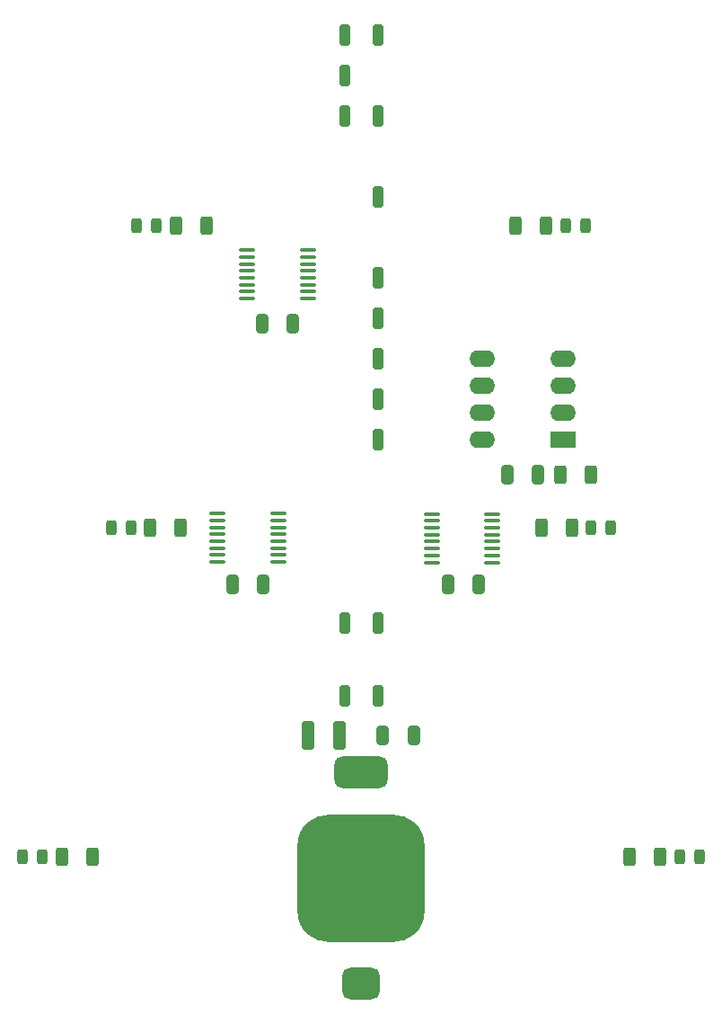
<source format=gts>
%TF.GenerationSoftware,KiCad,Pcbnew,(6.0.9)*%
%TF.CreationDate,2022-12-10T14:06:51+01:00*%
%TF.ProjectId,PartoUno,50617274-6f55-46e6-9f2e-6b696361645f,rev?*%
%TF.SameCoordinates,Original*%
%TF.FileFunction,Soldermask,Top*%
%TF.FilePolarity,Negative*%
%FSLAX46Y46*%
G04 Gerber Fmt 4.6, Leading zero omitted, Abs format (unit mm)*
G04 Created by KiCad (PCBNEW (6.0.9)) date 2022-12-10 14:06:51*
%MOMM*%
%LPD*%
G01*
G04 APERTURE LIST*
G04 Aperture macros list*
%AMRoundRect*
0 Rectangle with rounded corners*
0 $1 Rounding radius*
0 $2 $3 $4 $5 $6 $7 $8 $9 X,Y pos of 4 corners*
0 Add a 4 corners polygon primitive as box body*
4,1,4,$2,$3,$4,$5,$6,$7,$8,$9,$2,$3,0*
0 Add four circle primitives for the rounded corners*
1,1,$1+$1,$2,$3*
1,1,$1+$1,$4,$5*
1,1,$1+$1,$6,$7*
1,1,$1+$1,$8,$9*
0 Add four rect primitives between the rounded corners*
20,1,$1+$1,$2,$3,$4,$5,0*
20,1,$1+$1,$4,$5,$6,$7,0*
20,1,$1+$1,$6,$7,$8,$9,0*
20,1,$1+$1,$8,$9,$2,$3,0*%
G04 Aperture macros list end*
%ADD10O,2.400000X1.600000*%
%ADD11R,2.400000X1.600000*%
%ADD12RoundRect,0.250000X-0.312500X-0.625000X0.312500X-0.625000X0.312500X0.625000X-0.312500X0.625000X0*%
%ADD13RoundRect,0.750000X1.000000X-0.750000X1.000000X0.750000X-1.000000X0.750000X-1.000000X-0.750000X0*%
%ADD14RoundRect,0.750000X1.750000X-0.750000X1.750000X0.750000X-1.750000X0.750000X-1.750000X-0.750000X0*%
%ADD15RoundRect,3.000000X3.000000X-3.000000X3.000000X3.000000X-3.000000X3.000000X-3.000000X-3.000000X0*%
%ADD16RoundRect,0.250000X-0.250000X-0.750000X0.250000X-0.750000X0.250000X0.750000X-0.250000X0.750000X0*%
%ADD17RoundRect,0.243750X-0.243750X-0.456250X0.243750X-0.456250X0.243750X0.456250X-0.243750X0.456250X0*%
%ADD18RoundRect,0.243750X0.243750X0.456250X-0.243750X0.456250X-0.243750X-0.456250X0.243750X-0.456250X0*%
%ADD19RoundRect,0.250000X0.325000X1.100000X-0.325000X1.100000X-0.325000X-1.100000X0.325000X-1.100000X0*%
%ADD20RoundRect,0.250000X0.325000X0.650000X-0.325000X0.650000X-0.325000X-0.650000X0.325000X-0.650000X0*%
%ADD21RoundRect,0.250000X0.312500X0.625000X-0.312500X0.625000X-0.312500X-0.625000X0.312500X-0.625000X0*%
%ADD22RoundRect,0.250000X-0.325000X-0.650000X0.325000X-0.650000X0.325000X0.650000X-0.325000X0.650000X0*%
%ADD23RoundRect,0.100000X-0.637500X-0.100000X0.637500X-0.100000X0.637500X0.100000X-0.637500X0.100000X0*%
%ADD24RoundRect,0.100000X0.637500X0.100000X-0.637500X0.100000X-0.637500X-0.100000X0.637500X-0.100000X0*%
G04 APERTURE END LIST*
D10*
%TO.C,U1*%
X151882000Y-99177000D03*
X151882000Y-96637000D03*
X151882000Y-94097000D03*
X151882000Y-91557000D03*
X159502000Y-91557000D03*
X159502000Y-94097000D03*
X159502000Y-96637000D03*
D11*
X159502000Y-99177000D03*
%TD*%
D12*
%TO.C,R1*%
X122997500Y-78994000D03*
X125922500Y-78994000D03*
%TD*%
D13*
%TO.C,BT1*%
X140462000Y-150412000D03*
D14*
X140462000Y-130512000D03*
D15*
X140462000Y-140462000D03*
%TD*%
D16*
%TO.C,J7*%
X142113000Y-91567000D03*
%TD*%
%TO.C,J8*%
X142113000Y-87757000D03*
%TD*%
D17*
%TO.C,D21*%
X108536500Y-138430000D03*
X110411500Y-138430000D03*
%TD*%
D16*
%TO.C,J10*%
X142113000Y-99187000D03*
%TD*%
D12*
%TO.C,R9*%
X120559100Y-107442000D03*
X123484100Y-107442000D03*
%TD*%
D16*
%TO.C,J20*%
X142113000Y-83947000D03*
%TD*%
D18*
%TO.C,D13*%
X164005500Y-107442000D03*
X162130500Y-107442000D03*
%TD*%
D16*
%TO.C,J16*%
X138938000Y-61087000D03*
%TD*%
%TO.C,J18*%
X142113000Y-68707000D03*
%TD*%
%TO.C,J19*%
X142113000Y-76327000D03*
%TD*%
%TO.C,J31*%
X142113000Y-123317000D03*
%TD*%
D19*
%TO.C,C1*%
X138430000Y-127000000D03*
X135480000Y-127000000D03*
%TD*%
D17*
%TO.C,D1*%
X119267500Y-78994000D03*
X121142500Y-78994000D03*
%TD*%
D16*
%TO.C,J30*%
X142113000Y-116459000D03*
%TD*%
D20*
%TO.C,C4*%
X131269000Y-112776000D03*
X128319000Y-112776000D03*
%TD*%
D16*
%TO.C,J17*%
X142113000Y-61087000D03*
%TD*%
D21*
%TO.C,R3*%
X168696100Y-138430000D03*
X165771100Y-138430000D03*
%TD*%
D22*
%TO.C,C3*%
X142494000Y-127000000D03*
X145444000Y-127000000D03*
%TD*%
D16*
%TO.C,J28*%
X138938000Y-116459000D03*
%TD*%
D23*
%TO.C,U2*%
X126931500Y-106142000D03*
X126931500Y-106792000D03*
X126931500Y-107442000D03*
X126931500Y-108092000D03*
X126931500Y-108742000D03*
X126931500Y-109392000D03*
X126931500Y-110042000D03*
X126931500Y-110692000D03*
X132656500Y-110692000D03*
X132656500Y-110042000D03*
X132656500Y-109392000D03*
X132656500Y-108742000D03*
X132656500Y-108092000D03*
X132656500Y-107442000D03*
X132656500Y-106792000D03*
X132656500Y-106142000D03*
%TD*%
D12*
%TO.C,R21*%
X112227900Y-138430000D03*
X115152900Y-138430000D03*
%TD*%
D21*
%TO.C,R11*%
X160364900Y-107442000D03*
X157439900Y-107442000D03*
%TD*%
D22*
%TO.C,C6*%
X131113000Y-88265000D03*
X134063000Y-88265000D03*
%TD*%
D24*
%TO.C,U3*%
X152849500Y-110733000D03*
X152849500Y-110083000D03*
X152849500Y-109433000D03*
X152849500Y-108783000D03*
X152849500Y-108133000D03*
X152849500Y-107483000D03*
X152849500Y-106833000D03*
X152849500Y-106183000D03*
X147124500Y-106183000D03*
X147124500Y-106833000D03*
X147124500Y-107483000D03*
X147124500Y-108133000D03*
X147124500Y-108783000D03*
X147124500Y-109433000D03*
X147124500Y-110083000D03*
X147124500Y-110733000D03*
%TD*%
D18*
%TO.C,D3*%
X172387500Y-138430000D03*
X170512500Y-138430000D03*
%TD*%
D21*
%TO.C,R18*%
X157926500Y-78994000D03*
X155001500Y-78994000D03*
%TD*%
D16*
%TO.C,J14*%
X138938000Y-68707000D03*
%TD*%
D18*
%TO.C,D18*%
X161656500Y-78994000D03*
X159781500Y-78994000D03*
%TD*%
D22*
%TO.C,C2*%
X157177000Y-102440000D03*
X154227000Y-102440000D03*
%TD*%
D24*
%TO.C,U4*%
X135450500Y-85897000D03*
X135450500Y-85247000D03*
X135450500Y-84597000D03*
X135450500Y-83947000D03*
X135450500Y-83297000D03*
X135450500Y-82647000D03*
X135450500Y-81997000D03*
X135450500Y-81347000D03*
X129725500Y-81347000D03*
X129725500Y-81997000D03*
X129725500Y-82647000D03*
X129725500Y-83297000D03*
X129725500Y-83947000D03*
X129725500Y-84597000D03*
X129725500Y-85247000D03*
X129725500Y-85897000D03*
%TD*%
D16*
%TO.C,J9*%
X142113000Y-95377000D03*
%TD*%
D21*
%TO.C,R25*%
X159254000Y-102440000D03*
X162179000Y-102440000D03*
%TD*%
D16*
%TO.C,J29*%
X138938000Y-123317000D03*
%TD*%
%TO.C,J15*%
X138938000Y-64897000D03*
%TD*%
D22*
%TO.C,C5*%
X148639000Y-112776000D03*
X151589000Y-112776000D03*
%TD*%
D17*
%TO.C,D9*%
X116918500Y-107442000D03*
X118793500Y-107442000D03*
%TD*%
M02*

</source>
